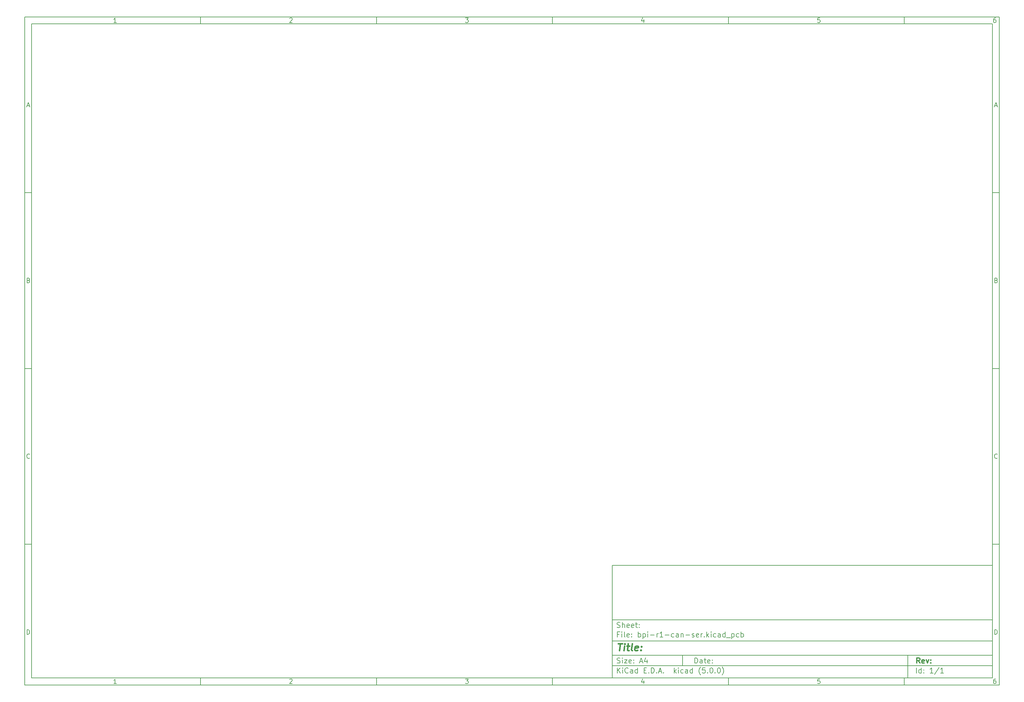
<source format=gbp>
G04 #@! TF.GenerationSoftware,KiCad,Pcbnew,(5.0.0)*
G04 #@! TF.CreationDate,2018-08-15T00:31:51+02:00*
G04 #@! TF.ProjectId,bpi-r1-can-ser,6270692D72312D63616E2D7365722E6B,rev?*
G04 #@! TF.SameCoordinates,Original*
G04 #@! TF.FileFunction,Paste,Bot*
G04 #@! TF.FilePolarity,Positive*
%FSLAX46Y46*%
G04 Gerber Fmt 4.6, Leading zero omitted, Abs format (unit mm)*
G04 Created by KiCad (PCBNEW (5.0.0)) date 08/15/18 00:31:51*
%MOMM*%
%LPD*%
G01*
G04 APERTURE LIST*
%ADD10C,0.100000*%
%ADD11C,0.150000*%
%ADD12C,0.300000*%
%ADD13C,0.400000*%
G04 APERTURE END LIST*
D10*
D11*
X177002200Y-166007200D02*
X177002200Y-198007200D01*
X285002200Y-198007200D01*
X285002200Y-166007200D01*
X177002200Y-166007200D01*
D10*
D11*
X10000000Y-10000000D02*
X10000000Y-200007200D01*
X287002200Y-200007200D01*
X287002200Y-10000000D01*
X10000000Y-10000000D01*
D10*
D11*
X12000000Y-12000000D02*
X12000000Y-198007200D01*
X285002200Y-198007200D01*
X285002200Y-12000000D01*
X12000000Y-12000000D01*
D10*
D11*
X60000000Y-12000000D02*
X60000000Y-10000000D01*
D10*
D11*
X110000000Y-12000000D02*
X110000000Y-10000000D01*
D10*
D11*
X160000000Y-12000000D02*
X160000000Y-10000000D01*
D10*
D11*
X210000000Y-12000000D02*
X210000000Y-10000000D01*
D10*
D11*
X260000000Y-12000000D02*
X260000000Y-10000000D01*
D10*
D11*
X36065476Y-11588095D02*
X35322619Y-11588095D01*
X35694047Y-11588095D02*
X35694047Y-10288095D01*
X35570238Y-10473809D01*
X35446428Y-10597619D01*
X35322619Y-10659523D01*
D10*
D11*
X85322619Y-10411904D02*
X85384523Y-10350000D01*
X85508333Y-10288095D01*
X85817857Y-10288095D01*
X85941666Y-10350000D01*
X86003571Y-10411904D01*
X86065476Y-10535714D01*
X86065476Y-10659523D01*
X86003571Y-10845238D01*
X85260714Y-11588095D01*
X86065476Y-11588095D01*
D10*
D11*
X135260714Y-10288095D02*
X136065476Y-10288095D01*
X135632142Y-10783333D01*
X135817857Y-10783333D01*
X135941666Y-10845238D01*
X136003571Y-10907142D01*
X136065476Y-11030952D01*
X136065476Y-11340476D01*
X136003571Y-11464285D01*
X135941666Y-11526190D01*
X135817857Y-11588095D01*
X135446428Y-11588095D01*
X135322619Y-11526190D01*
X135260714Y-11464285D01*
D10*
D11*
X185941666Y-10721428D02*
X185941666Y-11588095D01*
X185632142Y-10226190D02*
X185322619Y-11154761D01*
X186127380Y-11154761D01*
D10*
D11*
X236003571Y-10288095D02*
X235384523Y-10288095D01*
X235322619Y-10907142D01*
X235384523Y-10845238D01*
X235508333Y-10783333D01*
X235817857Y-10783333D01*
X235941666Y-10845238D01*
X236003571Y-10907142D01*
X236065476Y-11030952D01*
X236065476Y-11340476D01*
X236003571Y-11464285D01*
X235941666Y-11526190D01*
X235817857Y-11588095D01*
X235508333Y-11588095D01*
X235384523Y-11526190D01*
X235322619Y-11464285D01*
D10*
D11*
X285941666Y-10288095D02*
X285694047Y-10288095D01*
X285570238Y-10350000D01*
X285508333Y-10411904D01*
X285384523Y-10597619D01*
X285322619Y-10845238D01*
X285322619Y-11340476D01*
X285384523Y-11464285D01*
X285446428Y-11526190D01*
X285570238Y-11588095D01*
X285817857Y-11588095D01*
X285941666Y-11526190D01*
X286003571Y-11464285D01*
X286065476Y-11340476D01*
X286065476Y-11030952D01*
X286003571Y-10907142D01*
X285941666Y-10845238D01*
X285817857Y-10783333D01*
X285570238Y-10783333D01*
X285446428Y-10845238D01*
X285384523Y-10907142D01*
X285322619Y-11030952D01*
D10*
D11*
X60000000Y-198007200D02*
X60000000Y-200007200D01*
D10*
D11*
X110000000Y-198007200D02*
X110000000Y-200007200D01*
D10*
D11*
X160000000Y-198007200D02*
X160000000Y-200007200D01*
D10*
D11*
X210000000Y-198007200D02*
X210000000Y-200007200D01*
D10*
D11*
X260000000Y-198007200D02*
X260000000Y-200007200D01*
D10*
D11*
X36065476Y-199595295D02*
X35322619Y-199595295D01*
X35694047Y-199595295D02*
X35694047Y-198295295D01*
X35570238Y-198481009D01*
X35446428Y-198604819D01*
X35322619Y-198666723D01*
D10*
D11*
X85322619Y-198419104D02*
X85384523Y-198357200D01*
X85508333Y-198295295D01*
X85817857Y-198295295D01*
X85941666Y-198357200D01*
X86003571Y-198419104D01*
X86065476Y-198542914D01*
X86065476Y-198666723D01*
X86003571Y-198852438D01*
X85260714Y-199595295D01*
X86065476Y-199595295D01*
D10*
D11*
X135260714Y-198295295D02*
X136065476Y-198295295D01*
X135632142Y-198790533D01*
X135817857Y-198790533D01*
X135941666Y-198852438D01*
X136003571Y-198914342D01*
X136065476Y-199038152D01*
X136065476Y-199347676D01*
X136003571Y-199471485D01*
X135941666Y-199533390D01*
X135817857Y-199595295D01*
X135446428Y-199595295D01*
X135322619Y-199533390D01*
X135260714Y-199471485D01*
D10*
D11*
X185941666Y-198728628D02*
X185941666Y-199595295D01*
X185632142Y-198233390D02*
X185322619Y-199161961D01*
X186127380Y-199161961D01*
D10*
D11*
X236003571Y-198295295D02*
X235384523Y-198295295D01*
X235322619Y-198914342D01*
X235384523Y-198852438D01*
X235508333Y-198790533D01*
X235817857Y-198790533D01*
X235941666Y-198852438D01*
X236003571Y-198914342D01*
X236065476Y-199038152D01*
X236065476Y-199347676D01*
X236003571Y-199471485D01*
X235941666Y-199533390D01*
X235817857Y-199595295D01*
X235508333Y-199595295D01*
X235384523Y-199533390D01*
X235322619Y-199471485D01*
D10*
D11*
X285941666Y-198295295D02*
X285694047Y-198295295D01*
X285570238Y-198357200D01*
X285508333Y-198419104D01*
X285384523Y-198604819D01*
X285322619Y-198852438D01*
X285322619Y-199347676D01*
X285384523Y-199471485D01*
X285446428Y-199533390D01*
X285570238Y-199595295D01*
X285817857Y-199595295D01*
X285941666Y-199533390D01*
X286003571Y-199471485D01*
X286065476Y-199347676D01*
X286065476Y-199038152D01*
X286003571Y-198914342D01*
X285941666Y-198852438D01*
X285817857Y-198790533D01*
X285570238Y-198790533D01*
X285446428Y-198852438D01*
X285384523Y-198914342D01*
X285322619Y-199038152D01*
D10*
D11*
X10000000Y-60000000D02*
X12000000Y-60000000D01*
D10*
D11*
X10000000Y-110000000D02*
X12000000Y-110000000D01*
D10*
D11*
X10000000Y-160000000D02*
X12000000Y-160000000D01*
D10*
D11*
X10690476Y-35216666D02*
X11309523Y-35216666D01*
X10566666Y-35588095D02*
X11000000Y-34288095D01*
X11433333Y-35588095D01*
D10*
D11*
X11092857Y-84907142D02*
X11278571Y-84969047D01*
X11340476Y-85030952D01*
X11402380Y-85154761D01*
X11402380Y-85340476D01*
X11340476Y-85464285D01*
X11278571Y-85526190D01*
X11154761Y-85588095D01*
X10659523Y-85588095D01*
X10659523Y-84288095D01*
X11092857Y-84288095D01*
X11216666Y-84350000D01*
X11278571Y-84411904D01*
X11340476Y-84535714D01*
X11340476Y-84659523D01*
X11278571Y-84783333D01*
X11216666Y-84845238D01*
X11092857Y-84907142D01*
X10659523Y-84907142D01*
D10*
D11*
X11402380Y-135464285D02*
X11340476Y-135526190D01*
X11154761Y-135588095D01*
X11030952Y-135588095D01*
X10845238Y-135526190D01*
X10721428Y-135402380D01*
X10659523Y-135278571D01*
X10597619Y-135030952D01*
X10597619Y-134845238D01*
X10659523Y-134597619D01*
X10721428Y-134473809D01*
X10845238Y-134350000D01*
X11030952Y-134288095D01*
X11154761Y-134288095D01*
X11340476Y-134350000D01*
X11402380Y-134411904D01*
D10*
D11*
X10659523Y-185588095D02*
X10659523Y-184288095D01*
X10969047Y-184288095D01*
X11154761Y-184350000D01*
X11278571Y-184473809D01*
X11340476Y-184597619D01*
X11402380Y-184845238D01*
X11402380Y-185030952D01*
X11340476Y-185278571D01*
X11278571Y-185402380D01*
X11154761Y-185526190D01*
X10969047Y-185588095D01*
X10659523Y-185588095D01*
D10*
D11*
X287002200Y-60000000D02*
X285002200Y-60000000D01*
D10*
D11*
X287002200Y-110000000D02*
X285002200Y-110000000D01*
D10*
D11*
X287002200Y-160000000D02*
X285002200Y-160000000D01*
D10*
D11*
X285692676Y-35216666D02*
X286311723Y-35216666D01*
X285568866Y-35588095D02*
X286002200Y-34288095D01*
X286435533Y-35588095D01*
D10*
D11*
X286095057Y-84907142D02*
X286280771Y-84969047D01*
X286342676Y-85030952D01*
X286404580Y-85154761D01*
X286404580Y-85340476D01*
X286342676Y-85464285D01*
X286280771Y-85526190D01*
X286156961Y-85588095D01*
X285661723Y-85588095D01*
X285661723Y-84288095D01*
X286095057Y-84288095D01*
X286218866Y-84350000D01*
X286280771Y-84411904D01*
X286342676Y-84535714D01*
X286342676Y-84659523D01*
X286280771Y-84783333D01*
X286218866Y-84845238D01*
X286095057Y-84907142D01*
X285661723Y-84907142D01*
D10*
D11*
X286404580Y-135464285D02*
X286342676Y-135526190D01*
X286156961Y-135588095D01*
X286033152Y-135588095D01*
X285847438Y-135526190D01*
X285723628Y-135402380D01*
X285661723Y-135278571D01*
X285599819Y-135030952D01*
X285599819Y-134845238D01*
X285661723Y-134597619D01*
X285723628Y-134473809D01*
X285847438Y-134350000D01*
X286033152Y-134288095D01*
X286156961Y-134288095D01*
X286342676Y-134350000D01*
X286404580Y-134411904D01*
D10*
D11*
X285661723Y-185588095D02*
X285661723Y-184288095D01*
X285971247Y-184288095D01*
X286156961Y-184350000D01*
X286280771Y-184473809D01*
X286342676Y-184597619D01*
X286404580Y-184845238D01*
X286404580Y-185030952D01*
X286342676Y-185278571D01*
X286280771Y-185402380D01*
X286156961Y-185526190D01*
X285971247Y-185588095D01*
X285661723Y-185588095D01*
D10*
D11*
X200434342Y-193785771D02*
X200434342Y-192285771D01*
X200791485Y-192285771D01*
X201005771Y-192357200D01*
X201148628Y-192500057D01*
X201220057Y-192642914D01*
X201291485Y-192928628D01*
X201291485Y-193142914D01*
X201220057Y-193428628D01*
X201148628Y-193571485D01*
X201005771Y-193714342D01*
X200791485Y-193785771D01*
X200434342Y-193785771D01*
X202577200Y-193785771D02*
X202577200Y-193000057D01*
X202505771Y-192857200D01*
X202362914Y-192785771D01*
X202077200Y-192785771D01*
X201934342Y-192857200D01*
X202577200Y-193714342D02*
X202434342Y-193785771D01*
X202077200Y-193785771D01*
X201934342Y-193714342D01*
X201862914Y-193571485D01*
X201862914Y-193428628D01*
X201934342Y-193285771D01*
X202077200Y-193214342D01*
X202434342Y-193214342D01*
X202577200Y-193142914D01*
X203077200Y-192785771D02*
X203648628Y-192785771D01*
X203291485Y-192285771D02*
X203291485Y-193571485D01*
X203362914Y-193714342D01*
X203505771Y-193785771D01*
X203648628Y-193785771D01*
X204720057Y-193714342D02*
X204577200Y-193785771D01*
X204291485Y-193785771D01*
X204148628Y-193714342D01*
X204077200Y-193571485D01*
X204077200Y-193000057D01*
X204148628Y-192857200D01*
X204291485Y-192785771D01*
X204577200Y-192785771D01*
X204720057Y-192857200D01*
X204791485Y-193000057D01*
X204791485Y-193142914D01*
X204077200Y-193285771D01*
X205434342Y-193642914D02*
X205505771Y-193714342D01*
X205434342Y-193785771D01*
X205362914Y-193714342D01*
X205434342Y-193642914D01*
X205434342Y-193785771D01*
X205434342Y-192857200D02*
X205505771Y-192928628D01*
X205434342Y-193000057D01*
X205362914Y-192928628D01*
X205434342Y-192857200D01*
X205434342Y-193000057D01*
D10*
D11*
X177002200Y-194507200D02*
X285002200Y-194507200D01*
D10*
D11*
X178434342Y-196585771D02*
X178434342Y-195085771D01*
X179291485Y-196585771D02*
X178648628Y-195728628D01*
X179291485Y-195085771D02*
X178434342Y-195942914D01*
X179934342Y-196585771D02*
X179934342Y-195585771D01*
X179934342Y-195085771D02*
X179862914Y-195157200D01*
X179934342Y-195228628D01*
X180005771Y-195157200D01*
X179934342Y-195085771D01*
X179934342Y-195228628D01*
X181505771Y-196442914D02*
X181434342Y-196514342D01*
X181220057Y-196585771D01*
X181077200Y-196585771D01*
X180862914Y-196514342D01*
X180720057Y-196371485D01*
X180648628Y-196228628D01*
X180577200Y-195942914D01*
X180577200Y-195728628D01*
X180648628Y-195442914D01*
X180720057Y-195300057D01*
X180862914Y-195157200D01*
X181077200Y-195085771D01*
X181220057Y-195085771D01*
X181434342Y-195157200D01*
X181505771Y-195228628D01*
X182791485Y-196585771D02*
X182791485Y-195800057D01*
X182720057Y-195657200D01*
X182577200Y-195585771D01*
X182291485Y-195585771D01*
X182148628Y-195657200D01*
X182791485Y-196514342D02*
X182648628Y-196585771D01*
X182291485Y-196585771D01*
X182148628Y-196514342D01*
X182077200Y-196371485D01*
X182077200Y-196228628D01*
X182148628Y-196085771D01*
X182291485Y-196014342D01*
X182648628Y-196014342D01*
X182791485Y-195942914D01*
X184148628Y-196585771D02*
X184148628Y-195085771D01*
X184148628Y-196514342D02*
X184005771Y-196585771D01*
X183720057Y-196585771D01*
X183577200Y-196514342D01*
X183505771Y-196442914D01*
X183434342Y-196300057D01*
X183434342Y-195871485D01*
X183505771Y-195728628D01*
X183577200Y-195657200D01*
X183720057Y-195585771D01*
X184005771Y-195585771D01*
X184148628Y-195657200D01*
X186005771Y-195800057D02*
X186505771Y-195800057D01*
X186720057Y-196585771D02*
X186005771Y-196585771D01*
X186005771Y-195085771D01*
X186720057Y-195085771D01*
X187362914Y-196442914D02*
X187434342Y-196514342D01*
X187362914Y-196585771D01*
X187291485Y-196514342D01*
X187362914Y-196442914D01*
X187362914Y-196585771D01*
X188077200Y-196585771D02*
X188077200Y-195085771D01*
X188434342Y-195085771D01*
X188648628Y-195157200D01*
X188791485Y-195300057D01*
X188862914Y-195442914D01*
X188934342Y-195728628D01*
X188934342Y-195942914D01*
X188862914Y-196228628D01*
X188791485Y-196371485D01*
X188648628Y-196514342D01*
X188434342Y-196585771D01*
X188077200Y-196585771D01*
X189577200Y-196442914D02*
X189648628Y-196514342D01*
X189577200Y-196585771D01*
X189505771Y-196514342D01*
X189577200Y-196442914D01*
X189577200Y-196585771D01*
X190220057Y-196157200D02*
X190934342Y-196157200D01*
X190077200Y-196585771D02*
X190577200Y-195085771D01*
X191077200Y-196585771D01*
X191577200Y-196442914D02*
X191648628Y-196514342D01*
X191577200Y-196585771D01*
X191505771Y-196514342D01*
X191577200Y-196442914D01*
X191577200Y-196585771D01*
X194577200Y-196585771D02*
X194577200Y-195085771D01*
X194720057Y-196014342D02*
X195148628Y-196585771D01*
X195148628Y-195585771D02*
X194577200Y-196157200D01*
X195791485Y-196585771D02*
X195791485Y-195585771D01*
X195791485Y-195085771D02*
X195720057Y-195157200D01*
X195791485Y-195228628D01*
X195862914Y-195157200D01*
X195791485Y-195085771D01*
X195791485Y-195228628D01*
X197148628Y-196514342D02*
X197005771Y-196585771D01*
X196720057Y-196585771D01*
X196577200Y-196514342D01*
X196505771Y-196442914D01*
X196434342Y-196300057D01*
X196434342Y-195871485D01*
X196505771Y-195728628D01*
X196577200Y-195657200D01*
X196720057Y-195585771D01*
X197005771Y-195585771D01*
X197148628Y-195657200D01*
X198434342Y-196585771D02*
X198434342Y-195800057D01*
X198362914Y-195657200D01*
X198220057Y-195585771D01*
X197934342Y-195585771D01*
X197791485Y-195657200D01*
X198434342Y-196514342D02*
X198291485Y-196585771D01*
X197934342Y-196585771D01*
X197791485Y-196514342D01*
X197720057Y-196371485D01*
X197720057Y-196228628D01*
X197791485Y-196085771D01*
X197934342Y-196014342D01*
X198291485Y-196014342D01*
X198434342Y-195942914D01*
X199791485Y-196585771D02*
X199791485Y-195085771D01*
X199791485Y-196514342D02*
X199648628Y-196585771D01*
X199362914Y-196585771D01*
X199220057Y-196514342D01*
X199148628Y-196442914D01*
X199077200Y-196300057D01*
X199077200Y-195871485D01*
X199148628Y-195728628D01*
X199220057Y-195657200D01*
X199362914Y-195585771D01*
X199648628Y-195585771D01*
X199791485Y-195657200D01*
X202077200Y-197157200D02*
X202005771Y-197085771D01*
X201862914Y-196871485D01*
X201791485Y-196728628D01*
X201720057Y-196514342D01*
X201648628Y-196157200D01*
X201648628Y-195871485D01*
X201720057Y-195514342D01*
X201791485Y-195300057D01*
X201862914Y-195157200D01*
X202005771Y-194942914D01*
X202077200Y-194871485D01*
X203362914Y-195085771D02*
X202648628Y-195085771D01*
X202577200Y-195800057D01*
X202648628Y-195728628D01*
X202791485Y-195657200D01*
X203148628Y-195657200D01*
X203291485Y-195728628D01*
X203362914Y-195800057D01*
X203434342Y-195942914D01*
X203434342Y-196300057D01*
X203362914Y-196442914D01*
X203291485Y-196514342D01*
X203148628Y-196585771D01*
X202791485Y-196585771D01*
X202648628Y-196514342D01*
X202577200Y-196442914D01*
X204077200Y-196442914D02*
X204148628Y-196514342D01*
X204077200Y-196585771D01*
X204005771Y-196514342D01*
X204077200Y-196442914D01*
X204077200Y-196585771D01*
X205077200Y-195085771D02*
X205220057Y-195085771D01*
X205362914Y-195157200D01*
X205434342Y-195228628D01*
X205505771Y-195371485D01*
X205577200Y-195657200D01*
X205577200Y-196014342D01*
X205505771Y-196300057D01*
X205434342Y-196442914D01*
X205362914Y-196514342D01*
X205220057Y-196585771D01*
X205077200Y-196585771D01*
X204934342Y-196514342D01*
X204862914Y-196442914D01*
X204791485Y-196300057D01*
X204720057Y-196014342D01*
X204720057Y-195657200D01*
X204791485Y-195371485D01*
X204862914Y-195228628D01*
X204934342Y-195157200D01*
X205077200Y-195085771D01*
X206220057Y-196442914D02*
X206291485Y-196514342D01*
X206220057Y-196585771D01*
X206148628Y-196514342D01*
X206220057Y-196442914D01*
X206220057Y-196585771D01*
X207220057Y-195085771D02*
X207362914Y-195085771D01*
X207505771Y-195157200D01*
X207577200Y-195228628D01*
X207648628Y-195371485D01*
X207720057Y-195657200D01*
X207720057Y-196014342D01*
X207648628Y-196300057D01*
X207577200Y-196442914D01*
X207505771Y-196514342D01*
X207362914Y-196585771D01*
X207220057Y-196585771D01*
X207077200Y-196514342D01*
X207005771Y-196442914D01*
X206934342Y-196300057D01*
X206862914Y-196014342D01*
X206862914Y-195657200D01*
X206934342Y-195371485D01*
X207005771Y-195228628D01*
X207077200Y-195157200D01*
X207220057Y-195085771D01*
X208220057Y-197157200D02*
X208291485Y-197085771D01*
X208434342Y-196871485D01*
X208505771Y-196728628D01*
X208577200Y-196514342D01*
X208648628Y-196157200D01*
X208648628Y-195871485D01*
X208577200Y-195514342D01*
X208505771Y-195300057D01*
X208434342Y-195157200D01*
X208291485Y-194942914D01*
X208220057Y-194871485D01*
D10*
D11*
X177002200Y-191507200D02*
X285002200Y-191507200D01*
D10*
D12*
X264411485Y-193785771D02*
X263911485Y-193071485D01*
X263554342Y-193785771D02*
X263554342Y-192285771D01*
X264125771Y-192285771D01*
X264268628Y-192357200D01*
X264340057Y-192428628D01*
X264411485Y-192571485D01*
X264411485Y-192785771D01*
X264340057Y-192928628D01*
X264268628Y-193000057D01*
X264125771Y-193071485D01*
X263554342Y-193071485D01*
X265625771Y-193714342D02*
X265482914Y-193785771D01*
X265197200Y-193785771D01*
X265054342Y-193714342D01*
X264982914Y-193571485D01*
X264982914Y-193000057D01*
X265054342Y-192857200D01*
X265197200Y-192785771D01*
X265482914Y-192785771D01*
X265625771Y-192857200D01*
X265697200Y-193000057D01*
X265697200Y-193142914D01*
X264982914Y-193285771D01*
X266197200Y-192785771D02*
X266554342Y-193785771D01*
X266911485Y-192785771D01*
X267482914Y-193642914D02*
X267554342Y-193714342D01*
X267482914Y-193785771D01*
X267411485Y-193714342D01*
X267482914Y-193642914D01*
X267482914Y-193785771D01*
X267482914Y-192857200D02*
X267554342Y-192928628D01*
X267482914Y-193000057D01*
X267411485Y-192928628D01*
X267482914Y-192857200D01*
X267482914Y-193000057D01*
D10*
D11*
X178362914Y-193714342D02*
X178577200Y-193785771D01*
X178934342Y-193785771D01*
X179077200Y-193714342D01*
X179148628Y-193642914D01*
X179220057Y-193500057D01*
X179220057Y-193357200D01*
X179148628Y-193214342D01*
X179077200Y-193142914D01*
X178934342Y-193071485D01*
X178648628Y-193000057D01*
X178505771Y-192928628D01*
X178434342Y-192857200D01*
X178362914Y-192714342D01*
X178362914Y-192571485D01*
X178434342Y-192428628D01*
X178505771Y-192357200D01*
X178648628Y-192285771D01*
X179005771Y-192285771D01*
X179220057Y-192357200D01*
X179862914Y-193785771D02*
X179862914Y-192785771D01*
X179862914Y-192285771D02*
X179791485Y-192357200D01*
X179862914Y-192428628D01*
X179934342Y-192357200D01*
X179862914Y-192285771D01*
X179862914Y-192428628D01*
X180434342Y-192785771D02*
X181220057Y-192785771D01*
X180434342Y-193785771D01*
X181220057Y-193785771D01*
X182362914Y-193714342D02*
X182220057Y-193785771D01*
X181934342Y-193785771D01*
X181791485Y-193714342D01*
X181720057Y-193571485D01*
X181720057Y-193000057D01*
X181791485Y-192857200D01*
X181934342Y-192785771D01*
X182220057Y-192785771D01*
X182362914Y-192857200D01*
X182434342Y-193000057D01*
X182434342Y-193142914D01*
X181720057Y-193285771D01*
X183077200Y-193642914D02*
X183148628Y-193714342D01*
X183077200Y-193785771D01*
X183005771Y-193714342D01*
X183077200Y-193642914D01*
X183077200Y-193785771D01*
X183077200Y-192857200D02*
X183148628Y-192928628D01*
X183077200Y-193000057D01*
X183005771Y-192928628D01*
X183077200Y-192857200D01*
X183077200Y-193000057D01*
X184862914Y-193357200D02*
X185577200Y-193357200D01*
X184720057Y-193785771D02*
X185220057Y-192285771D01*
X185720057Y-193785771D01*
X186862914Y-192785771D02*
X186862914Y-193785771D01*
X186505771Y-192214342D02*
X186148628Y-193285771D01*
X187077200Y-193285771D01*
D10*
D11*
X263434342Y-196585771D02*
X263434342Y-195085771D01*
X264791485Y-196585771D02*
X264791485Y-195085771D01*
X264791485Y-196514342D02*
X264648628Y-196585771D01*
X264362914Y-196585771D01*
X264220057Y-196514342D01*
X264148628Y-196442914D01*
X264077200Y-196300057D01*
X264077200Y-195871485D01*
X264148628Y-195728628D01*
X264220057Y-195657200D01*
X264362914Y-195585771D01*
X264648628Y-195585771D01*
X264791485Y-195657200D01*
X265505771Y-196442914D02*
X265577200Y-196514342D01*
X265505771Y-196585771D01*
X265434342Y-196514342D01*
X265505771Y-196442914D01*
X265505771Y-196585771D01*
X265505771Y-195657200D02*
X265577200Y-195728628D01*
X265505771Y-195800057D01*
X265434342Y-195728628D01*
X265505771Y-195657200D01*
X265505771Y-195800057D01*
X268148628Y-196585771D02*
X267291485Y-196585771D01*
X267720057Y-196585771D02*
X267720057Y-195085771D01*
X267577200Y-195300057D01*
X267434342Y-195442914D01*
X267291485Y-195514342D01*
X269862914Y-195014342D02*
X268577200Y-196942914D01*
X271148628Y-196585771D02*
X270291485Y-196585771D01*
X270720057Y-196585771D02*
X270720057Y-195085771D01*
X270577200Y-195300057D01*
X270434342Y-195442914D01*
X270291485Y-195514342D01*
D10*
D11*
X177002200Y-187507200D02*
X285002200Y-187507200D01*
D10*
D13*
X178714580Y-188211961D02*
X179857438Y-188211961D01*
X179036009Y-190211961D02*
X179286009Y-188211961D01*
X180274104Y-190211961D02*
X180440771Y-188878628D01*
X180524104Y-188211961D02*
X180416961Y-188307200D01*
X180500295Y-188402438D01*
X180607438Y-188307200D01*
X180524104Y-188211961D01*
X180500295Y-188402438D01*
X181107438Y-188878628D02*
X181869342Y-188878628D01*
X181476485Y-188211961D02*
X181262200Y-189926247D01*
X181333628Y-190116723D01*
X181512200Y-190211961D01*
X181702676Y-190211961D01*
X182655057Y-190211961D02*
X182476485Y-190116723D01*
X182405057Y-189926247D01*
X182619342Y-188211961D01*
X184190771Y-190116723D02*
X183988390Y-190211961D01*
X183607438Y-190211961D01*
X183428866Y-190116723D01*
X183357438Y-189926247D01*
X183452676Y-189164342D01*
X183571723Y-188973866D01*
X183774104Y-188878628D01*
X184155057Y-188878628D01*
X184333628Y-188973866D01*
X184405057Y-189164342D01*
X184381247Y-189354819D01*
X183405057Y-189545295D01*
X185155057Y-190021485D02*
X185238390Y-190116723D01*
X185131247Y-190211961D01*
X185047914Y-190116723D01*
X185155057Y-190021485D01*
X185131247Y-190211961D01*
X185286009Y-188973866D02*
X185369342Y-189069104D01*
X185262200Y-189164342D01*
X185178866Y-189069104D01*
X185286009Y-188973866D01*
X185262200Y-189164342D01*
D10*
D11*
X178934342Y-185600057D02*
X178434342Y-185600057D01*
X178434342Y-186385771D02*
X178434342Y-184885771D01*
X179148628Y-184885771D01*
X179720057Y-186385771D02*
X179720057Y-185385771D01*
X179720057Y-184885771D02*
X179648628Y-184957200D01*
X179720057Y-185028628D01*
X179791485Y-184957200D01*
X179720057Y-184885771D01*
X179720057Y-185028628D01*
X180648628Y-186385771D02*
X180505771Y-186314342D01*
X180434342Y-186171485D01*
X180434342Y-184885771D01*
X181791485Y-186314342D02*
X181648628Y-186385771D01*
X181362914Y-186385771D01*
X181220057Y-186314342D01*
X181148628Y-186171485D01*
X181148628Y-185600057D01*
X181220057Y-185457200D01*
X181362914Y-185385771D01*
X181648628Y-185385771D01*
X181791485Y-185457200D01*
X181862914Y-185600057D01*
X181862914Y-185742914D01*
X181148628Y-185885771D01*
X182505771Y-186242914D02*
X182577200Y-186314342D01*
X182505771Y-186385771D01*
X182434342Y-186314342D01*
X182505771Y-186242914D01*
X182505771Y-186385771D01*
X182505771Y-185457200D02*
X182577200Y-185528628D01*
X182505771Y-185600057D01*
X182434342Y-185528628D01*
X182505771Y-185457200D01*
X182505771Y-185600057D01*
X184362914Y-186385771D02*
X184362914Y-184885771D01*
X184362914Y-185457200D02*
X184505771Y-185385771D01*
X184791485Y-185385771D01*
X184934342Y-185457200D01*
X185005771Y-185528628D01*
X185077200Y-185671485D01*
X185077200Y-186100057D01*
X185005771Y-186242914D01*
X184934342Y-186314342D01*
X184791485Y-186385771D01*
X184505771Y-186385771D01*
X184362914Y-186314342D01*
X185720057Y-185385771D02*
X185720057Y-186885771D01*
X185720057Y-185457200D02*
X185862914Y-185385771D01*
X186148628Y-185385771D01*
X186291485Y-185457200D01*
X186362914Y-185528628D01*
X186434342Y-185671485D01*
X186434342Y-186100057D01*
X186362914Y-186242914D01*
X186291485Y-186314342D01*
X186148628Y-186385771D01*
X185862914Y-186385771D01*
X185720057Y-186314342D01*
X187077200Y-186385771D02*
X187077200Y-185385771D01*
X187077200Y-184885771D02*
X187005771Y-184957200D01*
X187077200Y-185028628D01*
X187148628Y-184957200D01*
X187077200Y-184885771D01*
X187077200Y-185028628D01*
X187791485Y-185814342D02*
X188934342Y-185814342D01*
X189648628Y-186385771D02*
X189648628Y-185385771D01*
X189648628Y-185671485D02*
X189720057Y-185528628D01*
X189791485Y-185457200D01*
X189934342Y-185385771D01*
X190077200Y-185385771D01*
X191362914Y-186385771D02*
X190505771Y-186385771D01*
X190934342Y-186385771D02*
X190934342Y-184885771D01*
X190791485Y-185100057D01*
X190648628Y-185242914D01*
X190505771Y-185314342D01*
X192005771Y-185814342D02*
X193148628Y-185814342D01*
X194505771Y-186314342D02*
X194362914Y-186385771D01*
X194077200Y-186385771D01*
X193934342Y-186314342D01*
X193862914Y-186242914D01*
X193791485Y-186100057D01*
X193791485Y-185671485D01*
X193862914Y-185528628D01*
X193934342Y-185457200D01*
X194077200Y-185385771D01*
X194362914Y-185385771D01*
X194505771Y-185457200D01*
X195791485Y-186385771D02*
X195791485Y-185600057D01*
X195720057Y-185457200D01*
X195577200Y-185385771D01*
X195291485Y-185385771D01*
X195148628Y-185457200D01*
X195791485Y-186314342D02*
X195648628Y-186385771D01*
X195291485Y-186385771D01*
X195148628Y-186314342D01*
X195077200Y-186171485D01*
X195077200Y-186028628D01*
X195148628Y-185885771D01*
X195291485Y-185814342D01*
X195648628Y-185814342D01*
X195791485Y-185742914D01*
X196505771Y-185385771D02*
X196505771Y-186385771D01*
X196505771Y-185528628D02*
X196577200Y-185457200D01*
X196720057Y-185385771D01*
X196934342Y-185385771D01*
X197077200Y-185457200D01*
X197148628Y-185600057D01*
X197148628Y-186385771D01*
X197862914Y-185814342D02*
X199005771Y-185814342D01*
X199648628Y-186314342D02*
X199791485Y-186385771D01*
X200077200Y-186385771D01*
X200220057Y-186314342D01*
X200291485Y-186171485D01*
X200291485Y-186100057D01*
X200220057Y-185957200D01*
X200077200Y-185885771D01*
X199862914Y-185885771D01*
X199720057Y-185814342D01*
X199648628Y-185671485D01*
X199648628Y-185600057D01*
X199720057Y-185457200D01*
X199862914Y-185385771D01*
X200077200Y-185385771D01*
X200220057Y-185457200D01*
X201505771Y-186314342D02*
X201362914Y-186385771D01*
X201077200Y-186385771D01*
X200934342Y-186314342D01*
X200862914Y-186171485D01*
X200862914Y-185600057D01*
X200934342Y-185457200D01*
X201077200Y-185385771D01*
X201362914Y-185385771D01*
X201505771Y-185457200D01*
X201577200Y-185600057D01*
X201577200Y-185742914D01*
X200862914Y-185885771D01*
X202220057Y-186385771D02*
X202220057Y-185385771D01*
X202220057Y-185671485D02*
X202291485Y-185528628D01*
X202362914Y-185457200D01*
X202505771Y-185385771D01*
X202648628Y-185385771D01*
X203148628Y-186242914D02*
X203220057Y-186314342D01*
X203148628Y-186385771D01*
X203077200Y-186314342D01*
X203148628Y-186242914D01*
X203148628Y-186385771D01*
X203862914Y-186385771D02*
X203862914Y-184885771D01*
X204005771Y-185814342D02*
X204434342Y-186385771D01*
X204434342Y-185385771D02*
X203862914Y-185957200D01*
X205077200Y-186385771D02*
X205077200Y-185385771D01*
X205077200Y-184885771D02*
X205005771Y-184957200D01*
X205077200Y-185028628D01*
X205148628Y-184957200D01*
X205077200Y-184885771D01*
X205077200Y-185028628D01*
X206434342Y-186314342D02*
X206291485Y-186385771D01*
X206005771Y-186385771D01*
X205862914Y-186314342D01*
X205791485Y-186242914D01*
X205720057Y-186100057D01*
X205720057Y-185671485D01*
X205791485Y-185528628D01*
X205862914Y-185457200D01*
X206005771Y-185385771D01*
X206291485Y-185385771D01*
X206434342Y-185457200D01*
X207720057Y-186385771D02*
X207720057Y-185600057D01*
X207648628Y-185457200D01*
X207505771Y-185385771D01*
X207220057Y-185385771D01*
X207077200Y-185457200D01*
X207720057Y-186314342D02*
X207577200Y-186385771D01*
X207220057Y-186385771D01*
X207077200Y-186314342D01*
X207005771Y-186171485D01*
X207005771Y-186028628D01*
X207077200Y-185885771D01*
X207220057Y-185814342D01*
X207577200Y-185814342D01*
X207720057Y-185742914D01*
X209077200Y-186385771D02*
X209077200Y-184885771D01*
X209077200Y-186314342D02*
X208934342Y-186385771D01*
X208648628Y-186385771D01*
X208505771Y-186314342D01*
X208434342Y-186242914D01*
X208362914Y-186100057D01*
X208362914Y-185671485D01*
X208434342Y-185528628D01*
X208505771Y-185457200D01*
X208648628Y-185385771D01*
X208934342Y-185385771D01*
X209077200Y-185457200D01*
X209434342Y-186528628D02*
X210577200Y-186528628D01*
X210934342Y-185385771D02*
X210934342Y-186885771D01*
X210934342Y-185457200D02*
X211077200Y-185385771D01*
X211362914Y-185385771D01*
X211505771Y-185457200D01*
X211577200Y-185528628D01*
X211648628Y-185671485D01*
X211648628Y-186100057D01*
X211577200Y-186242914D01*
X211505771Y-186314342D01*
X211362914Y-186385771D01*
X211077200Y-186385771D01*
X210934342Y-186314342D01*
X212934342Y-186314342D02*
X212791485Y-186385771D01*
X212505771Y-186385771D01*
X212362914Y-186314342D01*
X212291485Y-186242914D01*
X212220057Y-186100057D01*
X212220057Y-185671485D01*
X212291485Y-185528628D01*
X212362914Y-185457200D01*
X212505771Y-185385771D01*
X212791485Y-185385771D01*
X212934342Y-185457200D01*
X213577200Y-186385771D02*
X213577200Y-184885771D01*
X213577200Y-185457200D02*
X213720057Y-185385771D01*
X214005771Y-185385771D01*
X214148628Y-185457200D01*
X214220057Y-185528628D01*
X214291485Y-185671485D01*
X214291485Y-186100057D01*
X214220057Y-186242914D01*
X214148628Y-186314342D01*
X214005771Y-186385771D01*
X213720057Y-186385771D01*
X213577200Y-186314342D01*
D10*
D11*
X177002200Y-181507200D02*
X285002200Y-181507200D01*
D10*
D11*
X178362914Y-183614342D02*
X178577200Y-183685771D01*
X178934342Y-183685771D01*
X179077200Y-183614342D01*
X179148628Y-183542914D01*
X179220057Y-183400057D01*
X179220057Y-183257200D01*
X179148628Y-183114342D01*
X179077200Y-183042914D01*
X178934342Y-182971485D01*
X178648628Y-182900057D01*
X178505771Y-182828628D01*
X178434342Y-182757200D01*
X178362914Y-182614342D01*
X178362914Y-182471485D01*
X178434342Y-182328628D01*
X178505771Y-182257200D01*
X178648628Y-182185771D01*
X179005771Y-182185771D01*
X179220057Y-182257200D01*
X179862914Y-183685771D02*
X179862914Y-182185771D01*
X180505771Y-183685771D02*
X180505771Y-182900057D01*
X180434342Y-182757200D01*
X180291485Y-182685771D01*
X180077200Y-182685771D01*
X179934342Y-182757200D01*
X179862914Y-182828628D01*
X181791485Y-183614342D02*
X181648628Y-183685771D01*
X181362914Y-183685771D01*
X181220057Y-183614342D01*
X181148628Y-183471485D01*
X181148628Y-182900057D01*
X181220057Y-182757200D01*
X181362914Y-182685771D01*
X181648628Y-182685771D01*
X181791485Y-182757200D01*
X181862914Y-182900057D01*
X181862914Y-183042914D01*
X181148628Y-183185771D01*
X183077200Y-183614342D02*
X182934342Y-183685771D01*
X182648628Y-183685771D01*
X182505771Y-183614342D01*
X182434342Y-183471485D01*
X182434342Y-182900057D01*
X182505771Y-182757200D01*
X182648628Y-182685771D01*
X182934342Y-182685771D01*
X183077200Y-182757200D01*
X183148628Y-182900057D01*
X183148628Y-183042914D01*
X182434342Y-183185771D01*
X183577200Y-182685771D02*
X184148628Y-182685771D01*
X183791485Y-182185771D02*
X183791485Y-183471485D01*
X183862914Y-183614342D01*
X184005771Y-183685771D01*
X184148628Y-183685771D01*
X184648628Y-183542914D02*
X184720057Y-183614342D01*
X184648628Y-183685771D01*
X184577200Y-183614342D01*
X184648628Y-183542914D01*
X184648628Y-183685771D01*
X184648628Y-182757200D02*
X184720057Y-182828628D01*
X184648628Y-182900057D01*
X184577200Y-182828628D01*
X184648628Y-182757200D01*
X184648628Y-182900057D01*
D10*
D11*
X197002200Y-191507200D02*
X197002200Y-194507200D01*
D10*
D11*
X261002200Y-191507200D02*
X261002200Y-198007200D01*
M02*

</source>
